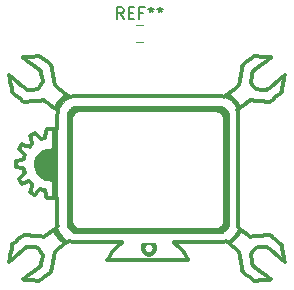
<source format=gto>
G04 #@! TF.GenerationSoftware,KiCad,Pcbnew,5.0.2-bee76a0~70~ubuntu16.04.1*
G04 #@! TF.CreationDate,2018-12-26T17:34:20-07:00*
G04 #@! TF.ProjectId,01,30312e6b-6963-4616-945f-706362585858,rev?*
G04 #@! TF.SameCoordinates,Original*
G04 #@! TF.FileFunction,Legend,Top*
G04 #@! TF.FilePolarity,Positive*
%FSLAX46Y46*%
G04 Gerber Fmt 4.6, Leading zero omitted, Abs format (unit mm)*
G04 Created by KiCad (PCBNEW 5.0.2-bee76a0~70~ubuntu16.04.1) date Wed 26 Dec 2018 17:34:20 MST*
%MOMM*%
%LPD*%
G01*
G04 APERTURE LIST*
%ADD10C,0.006615*%
%ADD11C,0.375000*%
%ADD12C,0.120000*%
%ADD13C,0.150000*%
G04 APERTURE END LIST*
D10*
G04 #@! TO.C,svg2mod*
G36*
X155411144Y-109556985D02*
X155298221Y-109003185D01*
X155395221Y-109179065D01*
X155492221Y-109354945D01*
X155689461Y-109355455D01*
X155886702Y-109355965D01*
X155981872Y-109181105D01*
X155981876Y-109181105D01*
X156077046Y-109006245D01*
X155986886Y-108828325D01*
X155896726Y-108650415D01*
X155694473Y-108650915D01*
X155492221Y-108651425D01*
X155395221Y-108827305D01*
X155298221Y-109003185D01*
X155411144Y-109556985D01*
X155357704Y-109526785D01*
X155307944Y-109491185D01*
X155262044Y-109450685D01*
X155220184Y-109405785D01*
X155182554Y-109356985D01*
X155149324Y-109304785D01*
X155120694Y-109249685D01*
X155096834Y-109192185D01*
X155077934Y-109132785D01*
X155064174Y-109071985D01*
X155055774Y-109010285D01*
X155052874Y-108948185D01*
X155055674Y-108886185D01*
X155064274Y-108824785D01*
X155078964Y-108764485D01*
X155099894Y-108705785D01*
X155103294Y-108697785D01*
X155106694Y-108689785D01*
X155110094Y-108681785D01*
X155113494Y-108673785D01*
X155116894Y-108665785D01*
X155120294Y-108657785D01*
X155123694Y-108649785D01*
X155127094Y-108641785D01*
X155130494Y-108633785D01*
X155133894Y-108625785D01*
X155137294Y-108617785D01*
X155140694Y-108609785D01*
X155144094Y-108601785D01*
X155147494Y-108593785D01*
X155150894Y-108585785D01*
X155154294Y-108577785D01*
X155188344Y-108577785D01*
X155222394Y-108577785D01*
X155256444Y-108577785D01*
X155290494Y-108577785D01*
X155324544Y-108577785D01*
X155358594Y-108577785D01*
X155392644Y-108577785D01*
X155426694Y-108577785D01*
X155460744Y-108577785D01*
X155494794Y-108577785D01*
X155528844Y-108577785D01*
X155562894Y-108577785D01*
X155596944Y-108577785D01*
X155630994Y-108577785D01*
X155665044Y-108577785D01*
X155699094Y-108577785D01*
X155733144Y-108577785D01*
X155767194Y-108577785D01*
X155801244Y-108577785D01*
X155835294Y-108577785D01*
X155869344Y-108577785D01*
X155903394Y-108577785D01*
X155937444Y-108577785D01*
X155971494Y-108577785D01*
X156005544Y-108577785D01*
X156039594Y-108577785D01*
X156073644Y-108577785D01*
X156107694Y-108577785D01*
X156141744Y-108577785D01*
X156175794Y-108577785D01*
X156209844Y-108577785D01*
X156243894Y-108577785D01*
X156247394Y-108586785D01*
X156250894Y-108595785D01*
X156254394Y-108604785D01*
X156257894Y-108613785D01*
X156261394Y-108622785D01*
X156264894Y-108631785D01*
X156268394Y-108640785D01*
X156271894Y-108649785D01*
X156275394Y-108658785D01*
X156278894Y-108667785D01*
X156282394Y-108676785D01*
X156285894Y-108685785D01*
X156289394Y-108694785D01*
X156292894Y-108703785D01*
X156296394Y-108712785D01*
X156299894Y-108721785D01*
X156312814Y-108755985D01*
X156323934Y-108789485D01*
X156333234Y-108822385D01*
X156340734Y-108854785D01*
X156346434Y-108886785D01*
X156350334Y-108918385D01*
X156352434Y-108949685D01*
X156352723Y-108980785D01*
X156351223Y-109011785D01*
X156347923Y-109042785D01*
X156342723Y-109073785D01*
X156335723Y-109104985D01*
X156326923Y-109136385D01*
X156316323Y-109168085D01*
X156303903Y-109200085D01*
X156289653Y-109232585D01*
X156255703Y-109298385D01*
X156217513Y-109358685D01*
X156175383Y-109413385D01*
X156129623Y-109462385D01*
X156080553Y-109505585D01*
X156028473Y-109542785D01*
X155973693Y-109573985D01*
X155916513Y-109598985D01*
X155857253Y-109617685D01*
X155796213Y-109629985D01*
X155733713Y-109635985D01*
X155670053Y-109635095D01*
X155605543Y-109627095D01*
X155540483Y-109612595D01*
X155475193Y-109591095D01*
X155409973Y-109562495D01*
X155409972Y-109562495D01*
X155409971Y-109562495D01*
X155409970Y-109562495D01*
X155409969Y-109562495D01*
X155409968Y-109562495D01*
X155409967Y-109562495D01*
X155409966Y-109562495D01*
X155411144Y-109556985D01*
X155411144Y-109556985D01*
G37*
X155411144Y-109556985D02*
X155298221Y-109003185D01*
X155395221Y-109179065D01*
X155492221Y-109354945D01*
X155689461Y-109355455D01*
X155886702Y-109355965D01*
X155981872Y-109181105D01*
X155981876Y-109181105D01*
X156077046Y-109006245D01*
X155986886Y-108828325D01*
X155896726Y-108650415D01*
X155694473Y-108650915D01*
X155492221Y-108651425D01*
X155395221Y-108827305D01*
X155298221Y-109003185D01*
X155411144Y-109556985D01*
X155357704Y-109526785D01*
X155307944Y-109491185D01*
X155262044Y-109450685D01*
X155220184Y-109405785D01*
X155182554Y-109356985D01*
X155149324Y-109304785D01*
X155120694Y-109249685D01*
X155096834Y-109192185D01*
X155077934Y-109132785D01*
X155064174Y-109071985D01*
X155055774Y-109010285D01*
X155052874Y-108948185D01*
X155055674Y-108886185D01*
X155064274Y-108824785D01*
X155078964Y-108764485D01*
X155099894Y-108705785D01*
X155103294Y-108697785D01*
X155106694Y-108689785D01*
X155110094Y-108681785D01*
X155113494Y-108673785D01*
X155116894Y-108665785D01*
X155120294Y-108657785D01*
X155123694Y-108649785D01*
X155127094Y-108641785D01*
X155130494Y-108633785D01*
X155133894Y-108625785D01*
X155137294Y-108617785D01*
X155140694Y-108609785D01*
X155144094Y-108601785D01*
X155147494Y-108593785D01*
X155150894Y-108585785D01*
X155154294Y-108577785D01*
X155188344Y-108577785D01*
X155222394Y-108577785D01*
X155256444Y-108577785D01*
X155290494Y-108577785D01*
X155324544Y-108577785D01*
X155358594Y-108577785D01*
X155392644Y-108577785D01*
X155426694Y-108577785D01*
X155460744Y-108577785D01*
X155494794Y-108577785D01*
X155528844Y-108577785D01*
X155562894Y-108577785D01*
X155596944Y-108577785D01*
X155630994Y-108577785D01*
X155665044Y-108577785D01*
X155699094Y-108577785D01*
X155733144Y-108577785D01*
X155767194Y-108577785D01*
X155801244Y-108577785D01*
X155835294Y-108577785D01*
X155869344Y-108577785D01*
X155903394Y-108577785D01*
X155937444Y-108577785D01*
X155971494Y-108577785D01*
X156005544Y-108577785D01*
X156039594Y-108577785D01*
X156073644Y-108577785D01*
X156107694Y-108577785D01*
X156141744Y-108577785D01*
X156175794Y-108577785D01*
X156209844Y-108577785D01*
X156243894Y-108577785D01*
X156247394Y-108586785D01*
X156250894Y-108595785D01*
X156254394Y-108604785D01*
X156257894Y-108613785D01*
X156261394Y-108622785D01*
X156264894Y-108631785D01*
X156268394Y-108640785D01*
X156271894Y-108649785D01*
X156275394Y-108658785D01*
X156278894Y-108667785D01*
X156282394Y-108676785D01*
X156285894Y-108685785D01*
X156289394Y-108694785D01*
X156292894Y-108703785D01*
X156296394Y-108712785D01*
X156299894Y-108721785D01*
X156312814Y-108755985D01*
X156323934Y-108789485D01*
X156333234Y-108822385D01*
X156340734Y-108854785D01*
X156346434Y-108886785D01*
X156350334Y-108918385D01*
X156352434Y-108949685D01*
X156352723Y-108980785D01*
X156351223Y-109011785D01*
X156347923Y-109042785D01*
X156342723Y-109073785D01*
X156335723Y-109104985D01*
X156326923Y-109136385D01*
X156316323Y-109168085D01*
X156303903Y-109200085D01*
X156289653Y-109232585D01*
X156255703Y-109298385D01*
X156217513Y-109358685D01*
X156175383Y-109413385D01*
X156129623Y-109462385D01*
X156080553Y-109505585D01*
X156028473Y-109542785D01*
X155973693Y-109573985D01*
X155916513Y-109598985D01*
X155857253Y-109617685D01*
X155796213Y-109629985D01*
X155733713Y-109635985D01*
X155670053Y-109635095D01*
X155605543Y-109627095D01*
X155540483Y-109612595D01*
X155475193Y-109591095D01*
X155409973Y-109562495D01*
X155409972Y-109562495D01*
X155409971Y-109562495D01*
X155409970Y-109562495D01*
X155409969Y-109562495D01*
X155409968Y-109562495D01*
X155409967Y-109562495D01*
X155409966Y-109562495D01*
X155411144Y-109556985D01*
G36*
X162498249Y-108501015D02*
X162452389Y-108460615D01*
X162417149Y-108425715D01*
X162395999Y-108400015D01*
X162392399Y-108387215D01*
X162408629Y-108376215D01*
X162441389Y-108355615D01*
X162485919Y-108328315D01*
X162537469Y-108297115D01*
X162697627Y-108172655D01*
X162873232Y-107993265D01*
X163033756Y-107793385D01*
X163148670Y-107607455D01*
X163172430Y-107558855D01*
X163196190Y-107510255D01*
X163219950Y-107461655D01*
X163243710Y-107413055D01*
X163269310Y-107431955D01*
X163294910Y-107450855D01*
X163320510Y-107469755D01*
X163346110Y-107488655D01*
X163385880Y-107521255D01*
X163418440Y-107554055D01*
X163440440Y-107583255D01*
X163448540Y-107605055D01*
X163439740Y-107638455D01*
X163415820Y-107699255D01*
X163380420Y-107778855D01*
X163337190Y-107868555D01*
X163220064Y-108054995D01*
X163058884Y-108251525D01*
X162883315Y-108425505D01*
X162723026Y-108544285D01*
X162661956Y-108575385D01*
X162617116Y-108581385D01*
X162569026Y-108557785D01*
X162498236Y-108501285D01*
X162498236Y-108501305D01*
X162498236Y-108501335D01*
X162498236Y-108501355D01*
X162498249Y-108501015D01*
X162498249Y-108501015D01*
G37*
X162498249Y-108501015D02*
X162452389Y-108460615D01*
X162417149Y-108425715D01*
X162395999Y-108400015D01*
X162392399Y-108387215D01*
X162408629Y-108376215D01*
X162441389Y-108355615D01*
X162485919Y-108328315D01*
X162537469Y-108297115D01*
X162697627Y-108172655D01*
X162873232Y-107993265D01*
X163033756Y-107793385D01*
X163148670Y-107607455D01*
X163172430Y-107558855D01*
X163196190Y-107510255D01*
X163219950Y-107461655D01*
X163243710Y-107413055D01*
X163269310Y-107431955D01*
X163294910Y-107450855D01*
X163320510Y-107469755D01*
X163346110Y-107488655D01*
X163385880Y-107521255D01*
X163418440Y-107554055D01*
X163440440Y-107583255D01*
X163448540Y-107605055D01*
X163439740Y-107638455D01*
X163415820Y-107699255D01*
X163380420Y-107778855D01*
X163337190Y-107868555D01*
X163220064Y-108054995D01*
X163058884Y-108251525D01*
X162883315Y-108425505D01*
X162723026Y-108544285D01*
X162661956Y-108575385D01*
X162617116Y-108581385D01*
X162569026Y-108557785D01*
X162498236Y-108501285D01*
X162498236Y-108501305D01*
X162498236Y-108501335D01*
X162498236Y-108501355D01*
X162498249Y-108501015D01*
G36*
X163129418Y-97052795D02*
X163012694Y-96868725D01*
X162843964Y-96671005D01*
X162653269Y-96491175D01*
X162470647Y-96360795D01*
X162423887Y-96334395D01*
X162377127Y-96307995D01*
X162330367Y-96281595D01*
X162283607Y-96255195D01*
X162324217Y-96224195D01*
X162364827Y-96193195D01*
X162405437Y-96162195D01*
X162446047Y-96131195D01*
X162568408Y-96050495D01*
X162670106Y-96040195D01*
X162793195Y-96111595D01*
X162979725Y-96276225D01*
X163132827Y-96446335D01*
X163285104Y-96658335D01*
X163401892Y-96859065D01*
X163448522Y-96995345D01*
X163439022Y-97016045D01*
X163413122Y-97046845D01*
X163374792Y-97083545D01*
X163327992Y-97122045D01*
X163297862Y-97145045D01*
X163267722Y-97168045D01*
X163237592Y-97191045D01*
X163207452Y-97214045D01*
X163187942Y-97173745D01*
X163168432Y-97133445D01*
X163148922Y-97093145D01*
X163129412Y-97052845D01*
X163129411Y-97052855D01*
X163129410Y-97052865D01*
X163129409Y-97052875D01*
X163129418Y-97052795D01*
X163129418Y-97052795D01*
G37*
X163129418Y-97052795D02*
X163012694Y-96868725D01*
X162843964Y-96671005D01*
X162653269Y-96491175D01*
X162470647Y-96360795D01*
X162423887Y-96334395D01*
X162377127Y-96307995D01*
X162330367Y-96281595D01*
X162283607Y-96255195D01*
X162324217Y-96224195D01*
X162364827Y-96193195D01*
X162405437Y-96162195D01*
X162446047Y-96131195D01*
X162568408Y-96050495D01*
X162670106Y-96040195D01*
X162793195Y-96111595D01*
X162979725Y-96276225D01*
X163132827Y-96446335D01*
X163285104Y-96658335D01*
X163401892Y-96859065D01*
X163448522Y-96995345D01*
X163439022Y-97016045D01*
X163413122Y-97046845D01*
X163374792Y-97083545D01*
X163327992Y-97122045D01*
X163297862Y-97145045D01*
X163267722Y-97168045D01*
X163237592Y-97191045D01*
X163207452Y-97214045D01*
X163187942Y-97173745D01*
X163168432Y-97133445D01*
X163148922Y-97093145D01*
X163129412Y-97052845D01*
X163129411Y-97052855D01*
X163129410Y-97052865D01*
X163129409Y-97052875D01*
X163129418Y-97052795D01*
G36*
X149372709Y-107717015D02*
X149260691Y-106778185D01*
X149277043Y-106885245D01*
X149298566Y-106941845D01*
X149331194Y-107000145D01*
X149366820Y-107053545D01*
X149405650Y-107102145D01*
X149447889Y-107146245D01*
X149493742Y-107186045D01*
X149543413Y-107221645D01*
X149597107Y-107253245D01*
X149655029Y-107281145D01*
X149731825Y-107296945D01*
X149910780Y-107309345D01*
X150236676Y-107318345D01*
X150754296Y-107325345D01*
X151508419Y-107330345D01*
X152543827Y-107333345D01*
X153905305Y-107335345D01*
X155637631Y-107336115D01*
X156370054Y-107336235D01*
X157102475Y-107336365D01*
X157834899Y-107336485D01*
X158567322Y-107336615D01*
X159299745Y-107336735D01*
X160032167Y-107336865D01*
X160764590Y-107336985D01*
X161497013Y-107337115D01*
X161516443Y-107326815D01*
X161535883Y-107316515D01*
X161555313Y-107306215D01*
X161574753Y-107295915D01*
X161594193Y-107285615D01*
X161613623Y-107275315D01*
X161633063Y-107265015D01*
X161652493Y-107254715D01*
X161652489Y-107254775D01*
X161652485Y-107254825D01*
X161652481Y-107254885D01*
X161652478Y-107254935D01*
X161652474Y-107254995D01*
X161652470Y-107255055D01*
X161652466Y-107255105D01*
X161652668Y-107257125D01*
X161686058Y-107237625D01*
X161721388Y-107213425D01*
X161757578Y-107185625D01*
X161793558Y-107155025D01*
X161828258Y-107122725D01*
X161860608Y-107089625D01*
X161889538Y-107056625D01*
X161913968Y-107024725D01*
X161927198Y-107005925D01*
X161940428Y-106987125D01*
X161953658Y-106968325D01*
X161966888Y-106949525D01*
X161980118Y-106930725D01*
X161993348Y-106911925D01*
X162006578Y-106893125D01*
X162019808Y-106874325D01*
X162021008Y-106320185D01*
X162022208Y-105766035D01*
X162023408Y-105211895D01*
X162024608Y-104657745D01*
X162025808Y-104103605D01*
X162027008Y-103549465D01*
X162028208Y-102995315D01*
X162029408Y-102441175D01*
X162033208Y-100820465D01*
X162034168Y-99627285D01*
X162028868Y-98792725D01*
X162013898Y-98247895D01*
X161985858Y-97923885D01*
X161941328Y-97751805D01*
X161876898Y-97662705D01*
X161789158Y-97587805D01*
X161759408Y-97562205D01*
X161727788Y-97537205D01*
X161695268Y-97513505D01*
X161662818Y-97491705D01*
X161631408Y-97472405D01*
X161602008Y-97456205D01*
X161575578Y-97443805D01*
X161553088Y-97435805D01*
X161413840Y-97429805D01*
X161052770Y-97424805D01*
X160494312Y-97419805D01*
X159762897Y-97415805D01*
X158882956Y-97412805D01*
X157878923Y-97409805D01*
X156775228Y-97407805D01*
X155596304Y-97407245D01*
X154863944Y-97407245D01*
X154131584Y-97407245D01*
X153399224Y-97407245D01*
X152666864Y-97407245D01*
X151934504Y-97407245D01*
X151202144Y-97407245D01*
X150469784Y-97407245D01*
X149737424Y-97407245D01*
X149716064Y-97420445D01*
X149694704Y-97433645D01*
X149673344Y-97446845D01*
X149651984Y-97460045D01*
X149630624Y-97473245D01*
X149609264Y-97486445D01*
X149587904Y-97499645D01*
X149566544Y-97512845D01*
X149525663Y-97539845D01*
X149487251Y-97568645D01*
X149451395Y-97599145D01*
X149418184Y-97631245D01*
X149387706Y-97664845D01*
X149360049Y-97699945D01*
X149335301Y-97736345D01*
X149313550Y-97774045D01*
X149303286Y-97793445D01*
X149293022Y-97812845D01*
X149282758Y-97832245D01*
X149272494Y-97851645D01*
X149262230Y-97871045D01*
X149251966Y-97890445D01*
X149241702Y-97909845D01*
X149231438Y-97929245D01*
X149231438Y-98484355D01*
X149231438Y-99039455D01*
X149231438Y-99594565D01*
X149231438Y-100149675D01*
X149231438Y-100704785D01*
X149231438Y-101259885D01*
X149231438Y-101814995D01*
X149231438Y-102370105D01*
X149231660Y-103794705D01*
X149232800Y-104878905D01*
X149235560Y-105671035D01*
X149240660Y-106219405D01*
X149248800Y-106572345D01*
X149260691Y-106778185D01*
X149372709Y-107717015D01*
X149300775Y-107684015D01*
X149219417Y-107629415D01*
X149133677Y-107558515D01*
X149048597Y-107476515D01*
X148969218Y-107388615D01*
X148900582Y-107300015D01*
X148847730Y-107215915D01*
X148815704Y-107141615D01*
X148804541Y-107048715D01*
X148795331Y-106842255D01*
X148787941Y-106506305D01*
X148782231Y-106024905D01*
X148778051Y-105382135D01*
X148775271Y-104562055D01*
X148773741Y-103548715D01*
X148773328Y-102326195D01*
X148773371Y-101742415D01*
X148773413Y-101158645D01*
X148773455Y-100574865D01*
X148773498Y-99991095D01*
X148773540Y-99407315D01*
X148773583Y-98823535D01*
X148773625Y-98239765D01*
X148773667Y-97655985D01*
X148784108Y-97633985D01*
X148794549Y-97611885D01*
X148804990Y-97589785D01*
X148815431Y-97567785D01*
X148825872Y-97545685D01*
X148836313Y-97523685D01*
X148846754Y-97501585D01*
X148857195Y-97479485D01*
X148898103Y-97401785D01*
X148944895Y-97328985D01*
X148997360Y-97261285D01*
X149055288Y-97198885D01*
X149118469Y-97141885D01*
X149186692Y-97090585D01*
X149259746Y-97045185D01*
X149337421Y-97005885D01*
X149403225Y-96982285D01*
X149530716Y-96964585D01*
X149792413Y-96951785D01*
X150260834Y-96942785D01*
X151008499Y-96937785D01*
X152107926Y-96934785D01*
X153631635Y-96933785D01*
X155652143Y-96933485D01*
X156421640Y-96933435D01*
X157191136Y-96933385D01*
X157960632Y-96933325D01*
X158730129Y-96933275D01*
X159499625Y-96933225D01*
X160269121Y-96933175D01*
X161038618Y-96933115D01*
X161808114Y-96933065D01*
X161830164Y-96943365D01*
X161852214Y-96953665D01*
X161874264Y-96963965D01*
X161896314Y-96974265D01*
X161918364Y-96984565D01*
X161940414Y-96994865D01*
X161962464Y-97005165D01*
X161984514Y-97015465D01*
X162064674Y-97058265D01*
X162141554Y-97110065D01*
X162214234Y-97169865D01*
X162281784Y-97236565D01*
X162343284Y-97309265D01*
X162397804Y-97386965D01*
X162444424Y-97468565D01*
X162482224Y-97553165D01*
X162503534Y-97624665D01*
X162519754Y-97747665D01*
X162531564Y-97972465D01*
X162539664Y-98349345D01*
X162544764Y-98928555D01*
X162547564Y-99760365D01*
X162548764Y-100895045D01*
X162548996Y-102382855D01*
X162548996Y-102964935D01*
X162548996Y-103547015D01*
X162548996Y-104129105D01*
X162548996Y-104711185D01*
X162548996Y-105293265D01*
X162548996Y-105875355D01*
X162548996Y-106457435D01*
X162548996Y-107039515D01*
X162538566Y-107060515D01*
X162528136Y-107081515D01*
X162517706Y-107102515D01*
X162507276Y-107123515D01*
X162496846Y-107144515D01*
X162486416Y-107165515D01*
X162475986Y-107186515D01*
X162465556Y-107207515D01*
X162419236Y-107287315D01*
X162360146Y-107368115D01*
X162291276Y-107447215D01*
X162215606Y-107521815D01*
X162136126Y-107589215D01*
X162055816Y-107646715D01*
X161977666Y-107691515D01*
X161904656Y-107720915D01*
X161318482Y-107739615D01*
X159891261Y-107752715D01*
X157903472Y-107759715D01*
X155635592Y-107761715D01*
X153368099Y-107758715D01*
X151381472Y-107749715D01*
X149956189Y-107735715D01*
X149372728Y-107716615D01*
X149372729Y-107716615D01*
X149372730Y-107716605D01*
X149372731Y-107716605D01*
X149372709Y-107717015D01*
X149372709Y-107717015D01*
G37*
X149372709Y-107717015D02*
X149260691Y-106778185D01*
X149277043Y-106885245D01*
X149298566Y-106941845D01*
X149331194Y-107000145D01*
X149366820Y-107053545D01*
X149405650Y-107102145D01*
X149447889Y-107146245D01*
X149493742Y-107186045D01*
X149543413Y-107221645D01*
X149597107Y-107253245D01*
X149655029Y-107281145D01*
X149731825Y-107296945D01*
X149910780Y-107309345D01*
X150236676Y-107318345D01*
X150754296Y-107325345D01*
X151508419Y-107330345D01*
X152543827Y-107333345D01*
X153905305Y-107335345D01*
X155637631Y-107336115D01*
X156370054Y-107336235D01*
X157102475Y-107336365D01*
X157834899Y-107336485D01*
X158567322Y-107336615D01*
X159299745Y-107336735D01*
X160032167Y-107336865D01*
X160764590Y-107336985D01*
X161497013Y-107337115D01*
X161516443Y-107326815D01*
X161535883Y-107316515D01*
X161555313Y-107306215D01*
X161574753Y-107295915D01*
X161594193Y-107285615D01*
X161613623Y-107275315D01*
X161633063Y-107265015D01*
X161652493Y-107254715D01*
X161652489Y-107254775D01*
X161652485Y-107254825D01*
X161652481Y-107254885D01*
X161652478Y-107254935D01*
X161652474Y-107254995D01*
X161652470Y-107255055D01*
X161652466Y-107255105D01*
X161652668Y-107257125D01*
X161686058Y-107237625D01*
X161721388Y-107213425D01*
X161757578Y-107185625D01*
X161793558Y-107155025D01*
X161828258Y-107122725D01*
X161860608Y-107089625D01*
X161889538Y-107056625D01*
X161913968Y-107024725D01*
X161927198Y-107005925D01*
X161940428Y-106987125D01*
X161953658Y-106968325D01*
X161966888Y-106949525D01*
X161980118Y-106930725D01*
X161993348Y-106911925D01*
X162006578Y-106893125D01*
X162019808Y-106874325D01*
X162021008Y-106320185D01*
X162022208Y-105766035D01*
X162023408Y-105211895D01*
X162024608Y-104657745D01*
X162025808Y-104103605D01*
X162027008Y-103549465D01*
X162028208Y-102995315D01*
X162029408Y-102441175D01*
X162033208Y-100820465D01*
X162034168Y-99627285D01*
X162028868Y-98792725D01*
X162013898Y-98247895D01*
X161985858Y-97923885D01*
X161941328Y-97751805D01*
X161876898Y-97662705D01*
X161789158Y-97587805D01*
X161759408Y-97562205D01*
X161727788Y-97537205D01*
X161695268Y-97513505D01*
X161662818Y-97491705D01*
X161631408Y-97472405D01*
X161602008Y-97456205D01*
X161575578Y-97443805D01*
X161553088Y-97435805D01*
X161413840Y-97429805D01*
X161052770Y-97424805D01*
X160494312Y-97419805D01*
X159762897Y-97415805D01*
X158882956Y-97412805D01*
X157878923Y-97409805D01*
X156775228Y-97407805D01*
X155596304Y-97407245D01*
X154863944Y-97407245D01*
X154131584Y-97407245D01*
X153399224Y-97407245D01*
X152666864Y-97407245D01*
X151934504Y-97407245D01*
X151202144Y-97407245D01*
X150469784Y-97407245D01*
X149737424Y-97407245D01*
X149716064Y-97420445D01*
X149694704Y-97433645D01*
X149673344Y-97446845D01*
X149651984Y-97460045D01*
X149630624Y-97473245D01*
X149609264Y-97486445D01*
X149587904Y-97499645D01*
X149566544Y-97512845D01*
X149525663Y-97539845D01*
X149487251Y-97568645D01*
X149451395Y-97599145D01*
X149418184Y-97631245D01*
X149387706Y-97664845D01*
X149360049Y-97699945D01*
X149335301Y-97736345D01*
X149313550Y-97774045D01*
X149303286Y-97793445D01*
X149293022Y-97812845D01*
X149282758Y-97832245D01*
X149272494Y-97851645D01*
X149262230Y-97871045D01*
X149251966Y-97890445D01*
X149241702Y-97909845D01*
X149231438Y-97929245D01*
X149231438Y-98484355D01*
X149231438Y-99039455D01*
X149231438Y-99594565D01*
X149231438Y-100149675D01*
X149231438Y-100704785D01*
X149231438Y-101259885D01*
X149231438Y-101814995D01*
X149231438Y-102370105D01*
X149231660Y-103794705D01*
X149232800Y-104878905D01*
X149235560Y-105671035D01*
X149240660Y-106219405D01*
X149248800Y-106572345D01*
X149260691Y-106778185D01*
X149372709Y-107717015D01*
X149300775Y-107684015D01*
X149219417Y-107629415D01*
X149133677Y-107558515D01*
X149048597Y-107476515D01*
X148969218Y-107388615D01*
X148900582Y-107300015D01*
X148847730Y-107215915D01*
X148815704Y-107141615D01*
X148804541Y-107048715D01*
X148795331Y-106842255D01*
X148787941Y-106506305D01*
X148782231Y-106024905D01*
X148778051Y-105382135D01*
X148775271Y-104562055D01*
X148773741Y-103548715D01*
X148773328Y-102326195D01*
X148773371Y-101742415D01*
X148773413Y-101158645D01*
X148773455Y-100574865D01*
X148773498Y-99991095D01*
X148773540Y-99407315D01*
X148773583Y-98823535D01*
X148773625Y-98239765D01*
X148773667Y-97655985D01*
X148784108Y-97633985D01*
X148794549Y-97611885D01*
X148804990Y-97589785D01*
X148815431Y-97567785D01*
X148825872Y-97545685D01*
X148836313Y-97523685D01*
X148846754Y-97501585D01*
X148857195Y-97479485D01*
X148898103Y-97401785D01*
X148944895Y-97328985D01*
X148997360Y-97261285D01*
X149055288Y-97198885D01*
X149118469Y-97141885D01*
X149186692Y-97090585D01*
X149259746Y-97045185D01*
X149337421Y-97005885D01*
X149403225Y-96982285D01*
X149530716Y-96964585D01*
X149792413Y-96951785D01*
X150260834Y-96942785D01*
X151008499Y-96937785D01*
X152107926Y-96934785D01*
X153631635Y-96933785D01*
X155652143Y-96933485D01*
X156421640Y-96933435D01*
X157191136Y-96933385D01*
X157960632Y-96933325D01*
X158730129Y-96933275D01*
X159499625Y-96933225D01*
X160269121Y-96933175D01*
X161038618Y-96933115D01*
X161808114Y-96933065D01*
X161830164Y-96943365D01*
X161852214Y-96953665D01*
X161874264Y-96963965D01*
X161896314Y-96974265D01*
X161918364Y-96984565D01*
X161940414Y-96994865D01*
X161962464Y-97005165D01*
X161984514Y-97015465D01*
X162064674Y-97058265D01*
X162141554Y-97110065D01*
X162214234Y-97169865D01*
X162281784Y-97236565D01*
X162343284Y-97309265D01*
X162397804Y-97386965D01*
X162444424Y-97468565D01*
X162482224Y-97553165D01*
X162503534Y-97624665D01*
X162519754Y-97747665D01*
X162531564Y-97972465D01*
X162539664Y-98349345D01*
X162544764Y-98928555D01*
X162547564Y-99760365D01*
X162548764Y-100895045D01*
X162548996Y-102382855D01*
X162548996Y-102964935D01*
X162548996Y-103547015D01*
X162548996Y-104129105D01*
X162548996Y-104711185D01*
X162548996Y-105293265D01*
X162548996Y-105875355D01*
X162548996Y-106457435D01*
X162548996Y-107039515D01*
X162538566Y-107060515D01*
X162528136Y-107081515D01*
X162517706Y-107102515D01*
X162507276Y-107123515D01*
X162496846Y-107144515D01*
X162486416Y-107165515D01*
X162475986Y-107186515D01*
X162465556Y-107207515D01*
X162419236Y-107287315D01*
X162360146Y-107368115D01*
X162291276Y-107447215D01*
X162215606Y-107521815D01*
X162136126Y-107589215D01*
X162055816Y-107646715D01*
X161977666Y-107691515D01*
X161904656Y-107720915D01*
X161318482Y-107739615D01*
X159891261Y-107752715D01*
X157903472Y-107759715D01*
X155635592Y-107761715D01*
X153368099Y-107758715D01*
X151381472Y-107749715D01*
X149956189Y-107735715D01*
X149372728Y-107716615D01*
X149372729Y-107716615D01*
X149372730Y-107716605D01*
X149372731Y-107716605D01*
X149372709Y-107717015D01*
G36*
X148363589Y-108488975D02*
X148285832Y-108432175D01*
X148202514Y-108363875D01*
X148123623Y-108292675D01*
X148059148Y-108227275D01*
X147940120Y-108069025D01*
X147827107Y-107878405D01*
X147747213Y-107706365D01*
X147727541Y-107603865D01*
X147746882Y-107577465D01*
X147786508Y-107539465D01*
X147840649Y-107494965D01*
X147903535Y-107448965D01*
X147943130Y-107421765D01*
X147982725Y-107394565D01*
X148022320Y-107367265D01*
X148061915Y-107340065D01*
X148067615Y-107366065D01*
X148073315Y-107392065D01*
X148079015Y-107418065D01*
X148084715Y-107444065D01*
X148145510Y-107594105D01*
X148260666Y-107779105D01*
X148410563Y-107971145D01*
X148575581Y-108142315D01*
X148656988Y-108214215D01*
X148728526Y-108273115D01*
X148782467Y-108312915D01*
X148811084Y-108327515D01*
X148842589Y-108339115D01*
X148831940Y-108372515D01*
X148780688Y-108425515D01*
X148690385Y-108496015D01*
X148652101Y-108523515D01*
X148613817Y-108551015D01*
X148575533Y-108578515D01*
X148537249Y-108606015D01*
X148493828Y-108576815D01*
X148450407Y-108547615D01*
X148406986Y-108518415D01*
X148363565Y-108489215D01*
X148363566Y-108489215D01*
X148363567Y-108489215D01*
X148363568Y-108489215D01*
X148363589Y-108488975D01*
X148363589Y-108488975D01*
G37*
X148363589Y-108488975D02*
X148285832Y-108432175D01*
X148202514Y-108363875D01*
X148123623Y-108292675D01*
X148059148Y-108227275D01*
X147940120Y-108069025D01*
X147827107Y-107878405D01*
X147747213Y-107706365D01*
X147727541Y-107603865D01*
X147746882Y-107577465D01*
X147786508Y-107539465D01*
X147840649Y-107494965D01*
X147903535Y-107448965D01*
X147943130Y-107421765D01*
X147982725Y-107394565D01*
X148022320Y-107367265D01*
X148061915Y-107340065D01*
X148067615Y-107366065D01*
X148073315Y-107392065D01*
X148079015Y-107418065D01*
X148084715Y-107444065D01*
X148145510Y-107594105D01*
X148260666Y-107779105D01*
X148410563Y-107971145D01*
X148575581Y-108142315D01*
X148656988Y-108214215D01*
X148728526Y-108273115D01*
X148782467Y-108312915D01*
X148811084Y-108327515D01*
X148842589Y-108339115D01*
X148831940Y-108372515D01*
X148780688Y-108425515D01*
X148690385Y-108496015D01*
X148652101Y-108523515D01*
X148613817Y-108551015D01*
X148575533Y-108578515D01*
X148537249Y-108606015D01*
X148493828Y-108576815D01*
X148450407Y-108547615D01*
X148406986Y-108518415D01*
X148363565Y-108489215D01*
X148363566Y-108489215D01*
X148363567Y-108489215D01*
X148363568Y-108489215D01*
X148363589Y-108488975D01*
G36*
X147502986Y-104010975D02*
X147502986Y-103651935D01*
X147502986Y-103292885D01*
X147390900Y-103282485D01*
X147278814Y-103272085D01*
X147146308Y-103254585D01*
X147019989Y-103227685D01*
X146900091Y-103191585D01*
X146786845Y-103146585D01*
X146680484Y-103092885D01*
X146581241Y-103030685D01*
X146489349Y-102960285D01*
X146405040Y-102881885D01*
X146328546Y-102795685D01*
X146260100Y-102701985D01*
X146199935Y-102600995D01*
X146148284Y-102492965D01*
X146105379Y-102378125D01*
X146071452Y-102256715D01*
X146046737Y-102128975D01*
X146031466Y-101995145D01*
X146026296Y-101848355D01*
X146033506Y-101707695D01*
X146052788Y-101573505D01*
X146083844Y-101446125D01*
X146126372Y-101325925D01*
X146180069Y-101213235D01*
X146244633Y-101108405D01*
X146319761Y-101011805D01*
X146405151Y-100923705D01*
X146500501Y-100844605D01*
X146605509Y-100774705D01*
X146719871Y-100714405D01*
X146843286Y-100664005D01*
X146975452Y-100623905D01*
X147116066Y-100594505D01*
X147264826Y-100576105D01*
X147383910Y-100566105D01*
X147502994Y-100556105D01*
X147502994Y-100188245D01*
X147502994Y-99820395D01*
X147502994Y-99452535D01*
X147502994Y-99084675D01*
X147617647Y-99084675D01*
X147732300Y-99084675D01*
X147846952Y-99084675D01*
X147961605Y-99084675D01*
X147961605Y-99437455D01*
X147961605Y-99790235D01*
X147961605Y-100143005D01*
X147961605Y-100495785D01*
X147961605Y-100848565D01*
X147961605Y-101201345D01*
X147961605Y-101554115D01*
X147961605Y-101906895D01*
X147961605Y-102259675D01*
X147961605Y-102612455D01*
X147961605Y-102965225D01*
X147961605Y-103318005D01*
X147961605Y-103670785D01*
X147961605Y-104023555D01*
X147961605Y-104376335D01*
X147961605Y-104729115D01*
X147846952Y-104729115D01*
X147732300Y-104729115D01*
X147617647Y-104729115D01*
X147502994Y-104729115D01*
X147502994Y-104370065D01*
X147502994Y-104011025D01*
X147502986Y-104010975D01*
X147502986Y-104010975D01*
G37*
X147502986Y-104010975D02*
X147502986Y-103651935D01*
X147502986Y-103292885D01*
X147390900Y-103282485D01*
X147278814Y-103272085D01*
X147146308Y-103254585D01*
X147019989Y-103227685D01*
X146900091Y-103191585D01*
X146786845Y-103146585D01*
X146680484Y-103092885D01*
X146581241Y-103030685D01*
X146489349Y-102960285D01*
X146405040Y-102881885D01*
X146328546Y-102795685D01*
X146260100Y-102701985D01*
X146199935Y-102600995D01*
X146148284Y-102492965D01*
X146105379Y-102378125D01*
X146071452Y-102256715D01*
X146046737Y-102128975D01*
X146031466Y-101995145D01*
X146026296Y-101848355D01*
X146033506Y-101707695D01*
X146052788Y-101573505D01*
X146083844Y-101446125D01*
X146126372Y-101325925D01*
X146180069Y-101213235D01*
X146244633Y-101108405D01*
X146319761Y-101011805D01*
X146405151Y-100923705D01*
X146500501Y-100844605D01*
X146605509Y-100774705D01*
X146719871Y-100714405D01*
X146843286Y-100664005D01*
X146975452Y-100623905D01*
X147116066Y-100594505D01*
X147264826Y-100576105D01*
X147383910Y-100566105D01*
X147502994Y-100556105D01*
X147502994Y-100188245D01*
X147502994Y-99820395D01*
X147502994Y-99452535D01*
X147502994Y-99084675D01*
X147617647Y-99084675D01*
X147732300Y-99084675D01*
X147846952Y-99084675D01*
X147961605Y-99084675D01*
X147961605Y-99437455D01*
X147961605Y-99790235D01*
X147961605Y-100143005D01*
X147961605Y-100495785D01*
X147961605Y-100848565D01*
X147961605Y-101201345D01*
X147961605Y-101554115D01*
X147961605Y-101906895D01*
X147961605Y-102259675D01*
X147961605Y-102612455D01*
X147961605Y-102965225D01*
X147961605Y-103318005D01*
X147961605Y-103670785D01*
X147961605Y-104023555D01*
X147961605Y-104376335D01*
X147961605Y-104729115D01*
X147846952Y-104729115D01*
X147732300Y-104729115D01*
X147617647Y-104729115D01*
X147502994Y-104729115D01*
X147502994Y-104370065D01*
X147502994Y-104011025D01*
X147502986Y-104010975D01*
G36*
X147881768Y-97128865D02*
X147809788Y-97080865D01*
X147740947Y-97035565D01*
X147689321Y-97001865D01*
X147668984Y-96988665D01*
X147750329Y-96865355D01*
X147949029Y-96583455D01*
X148197990Y-96276525D01*
X148426500Y-96071925D01*
X148456120Y-96054725D01*
X148485740Y-96037525D01*
X148515360Y-96020325D01*
X148544980Y-96003125D01*
X148600117Y-96038325D01*
X148655254Y-96073525D01*
X148710391Y-96108725D01*
X148765528Y-96143925D01*
X148819286Y-96178525D01*
X148873045Y-96213125D01*
X148926804Y-96247725D01*
X148980562Y-96282325D01*
X148941117Y-96303225D01*
X148901672Y-96324125D01*
X148862227Y-96345025D01*
X148822782Y-96365925D01*
X148650876Y-96492455D01*
X148465403Y-96679365D01*
X148296314Y-96884505D01*
X148173558Y-97065755D01*
X148131578Y-97134255D01*
X148093921Y-97190255D01*
X148066783Y-97228055D01*
X148056360Y-97241955D01*
X148041990Y-97232955D01*
X148003490Y-97208555D01*
X147930563Y-97172555D01*
X147881766Y-97128755D01*
X147881766Y-97128745D01*
X147881768Y-97128865D01*
X147881768Y-97128865D01*
G37*
X147881768Y-97128865D02*
X147809788Y-97080865D01*
X147740947Y-97035565D01*
X147689321Y-97001865D01*
X147668984Y-96988665D01*
X147750329Y-96865355D01*
X147949029Y-96583455D01*
X148197990Y-96276525D01*
X148426500Y-96071925D01*
X148456120Y-96054725D01*
X148485740Y-96037525D01*
X148515360Y-96020325D01*
X148544980Y-96003125D01*
X148600117Y-96038325D01*
X148655254Y-96073525D01*
X148710391Y-96108725D01*
X148765528Y-96143925D01*
X148819286Y-96178525D01*
X148873045Y-96213125D01*
X148926804Y-96247725D01*
X148980562Y-96282325D01*
X148941117Y-96303225D01*
X148901672Y-96324125D01*
X148862227Y-96345025D01*
X148822782Y-96365925D01*
X148650876Y-96492455D01*
X148465403Y-96679365D01*
X148296314Y-96884505D01*
X148173558Y-97065755D01*
X148131578Y-97134255D01*
X148093921Y-97190255D01*
X148066783Y-97228055D01*
X148056360Y-97241955D01*
X148041990Y-97232955D01*
X148003490Y-97208555D01*
X147930563Y-97172555D01*
X147881766Y-97128755D01*
X147881766Y-97128745D01*
X147881768Y-97128865D01*
D11*
X146684480Y-92910551D02*
X146472476Y-92744411D01*
X147159844Y-93282948D02*
X146684480Y-92910551D01*
X147371366Y-93448986D02*
X147159844Y-93282948D01*
X147461918Y-93520521D02*
X147371366Y-93448986D01*
X147469405Y-93548108D02*
X147461918Y-93520521D01*
X147481761Y-93609819D02*
X147469405Y-93548108D01*
X147498974Y-93702178D02*
X147481761Y-93609819D01*
X147518139Y-93804949D02*
X147498974Y-93702178D01*
X147538931Y-93916936D02*
X147518139Y-93804949D01*
X147560030Y-94030948D02*
X147538931Y-93916936D01*
X147581137Y-94144691D02*
X147560030Y-94030948D01*
X147601920Y-94256394D02*
X147581137Y-94144691D01*
X147623202Y-94370545D02*
X147601920Y-94256394D01*
X147645467Y-94490110D02*
X147623202Y-94370545D01*
X147667731Y-94609675D02*
X147645467Y-94490110D01*
X147689011Y-94723825D02*
X147667731Y-94609675D01*
X147710288Y-94838247D02*
X147689011Y-94723825D01*
X147732555Y-94958091D02*
X147710288Y-94838247D01*
X147752689Y-95066125D02*
X147732555Y-94958091D01*
X147768936Y-95152670D02*
X147752689Y-95066125D01*
X147775550Y-95188500D02*
X147768936Y-95152670D01*
X147782164Y-95224329D02*
X147775550Y-95188500D01*
X147962411Y-95364613D02*
X147782164Y-95224329D01*
X148142657Y-95504891D02*
X147962411Y-95364613D01*
X148415219Y-95717243D02*
X148142657Y-95504891D01*
X148564337Y-95833415D02*
X148415219Y-95717243D01*
X148836080Y-96010240D02*
X148564337Y-95833415D01*
X149122167Y-96193359D02*
X148836080Y-96010240D01*
X149317127Y-96135554D02*
X149122167Y-96193359D01*
X149527861Y-96099101D02*
X149317127Y-96135554D01*
X150444606Y-96093634D02*
X149527861Y-96099101D01*
X152255581Y-96092629D02*
X150444606Y-96093634D01*
X155606662Y-96091941D02*
X152255581Y-96092629D01*
X158388647Y-96091755D02*
X155606662Y-96091941D01*
X160267604Y-96092200D02*
X158388647Y-96091755D01*
X161696488Y-96095248D02*
X160267604Y-96092200D01*
X161919122Y-96123284D02*
X161696488Y-96095248D01*
X162130294Y-96179034D02*
X161919122Y-96123284D01*
X162421286Y-95955145D02*
X162130294Y-96179034D01*
X162785689Y-95674121D02*
X162421286Y-95955145D01*
X163018819Y-95492566D02*
X162785689Y-95674121D01*
X163206818Y-95346148D02*
X163018819Y-95492566D01*
X163285090Y-95285238D02*
X163206818Y-95346148D01*
X163363363Y-95224329D02*
X163285090Y-95285238D01*
X163369978Y-95188776D02*
X163363363Y-95224329D01*
X163376591Y-95153222D02*
X163369978Y-95188776D01*
X163392827Y-95066431D02*
X163376591Y-95153222D01*
X163412972Y-94958092D02*
X163392827Y-95066431D01*
X163435236Y-94838527D02*
X163412972Y-94958092D01*
X163456519Y-94724377D02*
X163435236Y-94838527D01*
X163478292Y-94607519D02*
X163456519Y-94724377D01*
X163500066Y-94490662D02*
X163478292Y-94607519D01*
X163522051Y-94371096D02*
X163500066Y-94490662D01*
X163543059Y-94256946D02*
X163522051Y-94371096D01*
X163563848Y-94144960D02*
X163543059Y-94256946D01*
X163584952Y-94030948D02*
X163563848Y-94144960D01*
X163606057Y-93917205D02*
X163584952Y-94030948D01*
X163626845Y-93805501D02*
X163606057Y-93917205D01*
X163645035Y-93707661D02*
X163626845Y-93805501D01*
X163663224Y-93609820D02*
X163645035Y-93707661D01*
X163675856Y-93547883D02*
X163663224Y-93609820D01*
X163683620Y-93520522D02*
X163675856Y-93547883D01*
X163774162Y-93448994D02*
X163683620Y-93520522D01*
X163985686Y-93283499D02*
X163774162Y-93448994D01*
X164461054Y-92910785D02*
X163985686Y-93283499D01*
X164673051Y-92744411D02*
X164461054Y-92910785D01*
X164719942Y-92746161D02*
X164673051Y-92744411D01*
X164830699Y-92754885D02*
X164719942Y-92746161D01*
X164991630Y-92768453D02*
X164830699Y-92754885D01*
X165161979Y-92782996D02*
X164991630Y-92768453D01*
X165332265Y-92797352D02*
X165161979Y-92782996D01*
X165493260Y-92811108D02*
X165332265Y-92797352D01*
X165660412Y-92824928D02*
X165493260Y-92811108D01*
X165845486Y-92840323D02*
X165660412Y-92824928D01*
X165991286Y-92852819D02*
X165845486Y-92840323D01*
X166063783Y-92859678D02*
X165991286Y-92852819D01*
X166073979Y-92861055D02*
X166063783Y-92859678D01*
X166084176Y-92862432D02*
X166073979Y-92861055D01*
X166046697Y-92891383D02*
X166084176Y-92862432D01*
X166009217Y-92920334D02*
X166046697Y-92891383D01*
X165754605Y-93116278D02*
X166009217Y-92920334D01*
X165247438Y-93506276D02*
X165754605Y-93116278D01*
X164903755Y-93770032D02*
X165247438Y-93506276D01*
X164560073Y-94033789D02*
X164903755Y-93770032D01*
X164510739Y-94260613D02*
X164560073Y-94033789D01*
X164461405Y-94487439D02*
X164510739Y-94260613D01*
X164391448Y-94809894D02*
X164461405Y-94487439D01*
X164362186Y-94948255D02*
X164391448Y-94809894D01*
X164421121Y-95030385D02*
X164362186Y-94948255D01*
X164589287Y-95252525D02*
X164421121Y-95030385D01*
X164751511Y-95464490D02*
X164589287Y-95252525D01*
X164822451Y-95556245D02*
X164751511Y-95464490D01*
X164845565Y-95562609D02*
X164822451Y-95556245D01*
X164938759Y-95568372D02*
X164845565Y-95562609D01*
X165118115Y-95578566D02*
X164938759Y-95568372D01*
X165428789Y-95596484D02*
X165118115Y-95578566D01*
X165552653Y-95603221D02*
X165428789Y-95596484D01*
X165647070Y-95608611D02*
X165552653Y-95603221D01*
X165683726Y-95610530D02*
X165647070Y-95608611D01*
X165720382Y-95612450D02*
X165683726Y-95610530D01*
X165771369Y-95569730D02*
X165720382Y-95612450D01*
X165822357Y-95527011D02*
X165771369Y-95569730D01*
X165955580Y-95414830D02*
X165822357Y-95527011D01*
X166132691Y-95265735D02*
X165955580Y-95414830D01*
X166641250Y-94838127D02*
X166132691Y-95265735D01*
X166994240Y-94541438D02*
X166641250Y-94838127D01*
X167161260Y-94401325D02*
X166994240Y-94541438D01*
X167231263Y-94343552D02*
X167161260Y-94401325D01*
X167230473Y-94351138D02*
X167231263Y-94343552D01*
X167227416Y-94367806D02*
X167230473Y-94351138D01*
X167221408Y-94400431D02*
X167227416Y-94367806D01*
X167213088Y-94446630D02*
X167221408Y-94400431D01*
X167204299Y-94496042D02*
X167213088Y-94446630D01*
X167197103Y-94535927D02*
X167204299Y-94496042D01*
X167186909Y-94591345D02*
X167197103Y-94535927D01*
X167171195Y-94678692D02*
X167186909Y-94591345D01*
X167155751Y-94766321D02*
X167171195Y-94678692D01*
X167145840Y-94822008D02*
X167155751Y-94766321D01*
X167131469Y-94900871D02*
X167145840Y-94822008D01*
X167084654Y-95161556D02*
X167131469Y-94900871D01*
X167037836Y-95421978D02*
X167084654Y-95161556D01*
X167023468Y-95500554D02*
X167037836Y-95421978D01*
X167011789Y-95564024D02*
X167023468Y-95500554D01*
X166992601Y-95670328D02*
X167011789Y-95564024D01*
X166974942Y-95768521D02*
X166992601Y-95670328D01*
X166966693Y-95812541D02*
X166974942Y-95768521D01*
X166956575Y-95824014D02*
X166966693Y-95812541D01*
X166934170Y-95843961D02*
X166956575Y-95824014D01*
X166806563Y-95949795D02*
X166934170Y-95843961D01*
X166678957Y-96055628D02*
X166806563Y-95949795D01*
X166449927Y-96246624D02*
X166678957Y-96055628D01*
X166220897Y-96437620D02*
X166449927Y-96246624D01*
X166103488Y-96535185D02*
X166220897Y-96437620D01*
X165986080Y-96632750D02*
X166103488Y-96535185D01*
X165938399Y-96628339D02*
X165986080Y-96632750D01*
X165890719Y-96623928D02*
X165938399Y-96628339D01*
X165693635Y-96605790D02*
X165890719Y-96623928D01*
X165377538Y-96577075D02*
X165693635Y-96605790D01*
X165208457Y-96562058D02*
X165377538Y-96577075D01*
X165086496Y-96551167D02*
X165208457Y-96562058D01*
X164980539Y-96541693D02*
X165086496Y-96551167D01*
X164850025Y-96529671D02*
X164980539Y-96541693D01*
X164719235Y-96517947D02*
X164850025Y-96529671D01*
X164613003Y-96508174D02*
X164719235Y-96517947D01*
X164517659Y-96499679D02*
X164613003Y-96508174D01*
X164412360Y-96489985D02*
X164517659Y-96499679D01*
X164331144Y-96482954D02*
X164412360Y-96489985D01*
X164294400Y-96481176D02*
X164331144Y-96482954D01*
X164259395Y-96506082D02*
X164294400Y-96481176D01*
X164181952Y-96564409D02*
X164259395Y-96506082D01*
X164085517Y-96638019D02*
X164181952Y-96564409D01*
X164005012Y-96699457D02*
X164085517Y-96638019D01*
X163530550Y-97060689D02*
X164005012Y-96699457D01*
X163227799Y-97290911D02*
X163530550Y-97060689D01*
X163284964Y-97514723D02*
X163227799Y-97290911D01*
X163313237Y-97748420D02*
X163284964Y-97514723D01*
X163315692Y-98813066D02*
X163313237Y-97748420D01*
X163315851Y-100225943D02*
X163315692Y-98813066D01*
X163315438Y-102346106D02*
X163315851Y-100225943D01*
X163314726Y-104857612D02*
X163315438Y-102346106D01*
X163313717Y-106222098D02*
X163314726Y-104857612D01*
X163308817Y-106931665D02*
X163313717Y-106222098D01*
X163286375Y-107081944D02*
X163308817Y-106931665D01*
X163253143Y-107226565D02*
X163286375Y-107081944D01*
X163547831Y-107457529D02*
X163253143Y-107226565D01*
X164149970Y-107924404D02*
X163547831Y-107457529D01*
X164247710Y-107998448D02*
X164149970Y-107924404D01*
X164291633Y-108030789D02*
X164247710Y-107998448D01*
X164343652Y-108029180D02*
X164291633Y-108030789D01*
X164593699Y-108007079D02*
X164343652Y-108029180D01*
X164707617Y-107996857D02*
X164593699Y-108007079D01*
X164830170Y-107985582D02*
X164707617Y-107996857D01*
X164959153Y-107974118D02*
X164830170Y-107985582D01*
X165088139Y-107962432D02*
X164959153Y-107974118D01*
X165205024Y-107951910D02*
X165088139Y-107962432D01*
X165305317Y-107942588D02*
X165205024Y-107951910D01*
X165394502Y-107934545D02*
X165305317Y-107942588D01*
X165485014Y-107926053D02*
X165394502Y-107934545D01*
X165752556Y-107902050D02*
X165485014Y-107926053D01*
X165890708Y-107889672D02*
X165752556Y-107902050D01*
X165938388Y-107884987D02*
X165890708Y-107889672D01*
X165986068Y-107880302D02*
X165938388Y-107884987D01*
X166056073Y-107938455D02*
X165986068Y-107880302D01*
X166126077Y-107996608D02*
X166056073Y-107938455D01*
X166268290Y-108115120D02*
X166126077Y-107996608D01*
X166410504Y-108233631D02*
X166268290Y-108115120D01*
X166771974Y-108534744D02*
X166410504Y-108233631D01*
X166932505Y-108668540D02*
X166771974Y-108534744D01*
X166956045Y-108689300D02*
X166932505Y-108668540D01*
X166966682Y-108701060D02*
X166956045Y-108689300D01*
X166974917Y-108745099D02*
X166966682Y-108701060D01*
X166992590Y-108843274D02*
X166974917Y-108745099D01*
X167011790Y-108949294D02*
X166992590Y-108843274D01*
X167023459Y-109012497D02*
X167011790Y-108949294D01*
X167037830Y-109091360D02*
X167023459Y-109012497D01*
X167084645Y-109352045D02*
X167037830Y-109091360D01*
X167131461Y-109612455D02*
X167084645Y-109352045D01*
X167145831Y-109691043D02*
X167131461Y-109612455D01*
X167155746Y-109746740D02*
X167145831Y-109691043D01*
X167171186Y-109834359D02*
X167155746Y-109746740D01*
X167186909Y-109921988D02*
X167171186Y-109834359D01*
X167197094Y-109977674D02*
X167186909Y-109921988D01*
X167204302Y-110017322D02*
X167197094Y-109977674D01*
X167213079Y-110066420D02*
X167204302Y-110017322D01*
X167221396Y-110112932D02*
X167213079Y-110066420D01*
X167227410Y-110145795D02*
X167221396Y-110112932D01*
X167230427Y-110162218D02*
X167227410Y-110145795D01*
X167231274Y-110169496D02*
X167230427Y-110162218D01*
X167161277Y-110111988D02*
X167231274Y-110169496D01*
X166994252Y-109972161D02*
X167161277Y-110111988D01*
X166640320Y-109674358D02*
X166994252Y-109972161D01*
X166132151Y-109246762D02*
X166640320Y-109674358D01*
X165955481Y-109098363D02*
X166132151Y-109246762D01*
X165822368Y-108986588D02*
X165955481Y-109098363D01*
X165771381Y-108943593D02*
X165822368Y-108986588D01*
X165720393Y-108900599D02*
X165771381Y-108943593D01*
X165683737Y-108902518D02*
X165720393Y-108900599D01*
X165647082Y-108904437D02*
X165683737Y-108902518D01*
X165482696Y-108913905D02*
X165647082Y-108904437D01*
X165166973Y-108931999D02*
X165482696Y-108913905D01*
X165053285Y-108938413D02*
X165166973Y-108931999D01*
X164940424Y-108944676D02*
X165053285Y-108938413D01*
X164845877Y-108951003D02*
X164940424Y-108944676D01*
X164822463Y-108956806D02*
X164845877Y-108951003D01*
X164751519Y-109048429D02*
X164822463Y-108956806D01*
X164589299Y-109260526D02*
X164751519Y-109048429D01*
X164421132Y-109482728D02*
X164589299Y-109260526D01*
X164362199Y-109565348D02*
X164421132Y-109482728D01*
X164391460Y-109703459D02*
X164362199Y-109565348D01*
X164461417Y-110025612D02*
X164391460Y-109703459D01*
X164510751Y-110252437D02*
X164461417Y-110025612D01*
X164560085Y-110479262D02*
X164510751Y-110252437D01*
X164903768Y-110743294D02*
X164560085Y-110479262D01*
X165247450Y-111007327D02*
X164903768Y-110743294D01*
X165754616Y-111397042D02*
X165247450Y-111007327D01*
X166009230Y-111592717D02*
X165754616Y-111397042D01*
X166046712Y-111621656D02*
X166009230Y-111592717D01*
X166084195Y-111650595D02*
X166046712Y-111621656D01*
X166073998Y-111651978D02*
X166084195Y-111650595D01*
X166063799Y-111653361D02*
X166073998Y-111651978D01*
X165991316Y-111660007D02*
X166063799Y-111653361D01*
X165845518Y-111672653D02*
X165991316Y-111660007D01*
X165660444Y-111688212D02*
X165845518Y-111672653D01*
X165493291Y-111702419D02*
X165660444Y-111688212D01*
X165150575Y-111731189D02*
X165493291Y-111702419D01*
X164867662Y-111754786D02*
X165150575Y-111731189D01*
X164752030Y-111764480D02*
X164867662Y-111754786D01*
X164693478Y-111769667D02*
X164752030Y-111764480D01*
X164684659Y-111770768D02*
X164693478Y-111769667D01*
X164675839Y-111771868D02*
X164684659Y-111770768D01*
X164581030Y-111697179D02*
X164675839Y-111771868D01*
X164486221Y-111622489D02*
X164581030Y-111697179D01*
X164486221Y-111622207D02*
X164486221Y-111622489D01*
X164486221Y-111621925D02*
X164486221Y-111622207D01*
X164262837Y-111446536D02*
X164486221Y-111621925D01*
X163992332Y-111234420D02*
X164262837Y-111446536D01*
X163776184Y-111064873D02*
X163992332Y-111234420D01*
X163683652Y-110991886D02*
X163776184Y-111064873D01*
X163675902Y-110964301D02*
X163683652Y-110991886D01*
X163663255Y-110902590D02*
X163675902Y-110964301D01*
X163646046Y-110810234D02*
X163663255Y-110902590D01*
X163626877Y-110707460D02*
X163646046Y-110810234D01*
X163606089Y-110595749D02*
X163626877Y-110707460D01*
X163584984Y-110482013D02*
X163606089Y-110595749D01*
X163563877Y-110367994D02*
X163584984Y-110482013D01*
X163543091Y-110256015D02*
X163563877Y-110367994D01*
X163522085Y-110141865D02*
X163543091Y-110256015D01*
X163500097Y-110022299D02*
X163522085Y-110141865D01*
X163477824Y-109902734D02*
X163500097Y-110022299D01*
X163456550Y-109788584D02*
X163477824Y-109902734D01*
X163434777Y-109671727D02*
X163456550Y-109788584D01*
X163413003Y-109554869D02*
X163434777Y-109671727D01*
X163392867Y-109446545D02*
X163413003Y-109554869D01*
X163376622Y-109359739D02*
X163392867Y-109446545D01*
X163370007Y-109324186D02*
X163376622Y-109359739D01*
X163363394Y-109288632D02*
X163370007Y-109324186D01*
X163285122Y-109227723D02*
X163363394Y-109288632D01*
X163206849Y-109166813D02*
X163285122Y-109227723D01*
X163018852Y-109020392D02*
X163206849Y-109166813D01*
X162785721Y-108838840D02*
X163018852Y-109020392D01*
X162483264Y-108596502D02*
X162785721Y-108838840D01*
X162230647Y-108390702D02*
X162483264Y-108596502D01*
X162072891Y-108447337D02*
X162230647Y-108390702D01*
X161908737Y-108488268D02*
X162072891Y-108447337D01*
X161839079Y-108500000D02*
X161908737Y-108488268D01*
X161755500Y-108510315D02*
X161839079Y-108500000D01*
X161421339Y-108515401D02*
X161755500Y-108510315D01*
X159771125Y-108517489D02*
X161421339Y-108515401D01*
X158803742Y-108518590D02*
X159771125Y-108517489D01*
X157836360Y-108519690D02*
X158803742Y-108518590D01*
X157862541Y-108539260D02*
X157836360Y-108519690D01*
X157888723Y-108558829D02*
X157862541Y-108539260D01*
X158263861Y-108883389D02*
X157888723Y-108558829D01*
X158597034Y-109257218D02*
X158263861Y-108883389D01*
X158786492Y-109521274D02*
X158597034Y-109257218D01*
X158954222Y-109802370D02*
X158786492Y-109521274D01*
X159021752Y-109934145D02*
X158954222Y-109802370D01*
X159065568Y-110026164D02*
X159021752Y-109934145D01*
X157259490Y-110033110D02*
X159065568Y-110026164D01*
X155592191Y-110032071D02*
X157259490Y-110033110D01*
X153952123Y-110028497D02*
X155592191Y-110032071D01*
X152227743Y-110027829D02*
X153952123Y-110028497D01*
X152227743Y-110027546D02*
X152227743Y-110027829D01*
X152227743Y-110027264D02*
X152227743Y-110027546D01*
X152275636Y-109928623D02*
X152227743Y-110027264D01*
X152344049Y-109795203D02*
X152275636Y-109928623D01*
X152618614Y-109360883D02*
X152344049Y-109795203D01*
X152947079Y-108968931D02*
X152618614Y-109360883D01*
X153189439Y-108735624D02*
X152947079Y-108968931D01*
X153447031Y-108527959D02*
X153189439Y-108735624D01*
X153454196Y-108522724D02*
X153447031Y-108527959D01*
X153461362Y-108517488D02*
X153454196Y-108522724D01*
X152512996Y-108517488D02*
X153461362Y-108517488D01*
X151564630Y-108517488D02*
X152512996Y-108517488D01*
X150157075Y-108516585D02*
X151564630Y-108517488D01*
X149610021Y-108514186D02*
X150157075Y-108516585D01*
X149295889Y-108468058D02*
X149610021Y-108514186D01*
X149002031Y-108365910D02*
X149295889Y-108468058D01*
X148762543Y-108536833D02*
X149002031Y-108365910D01*
X148564366Y-108679551D02*
X148762543Y-108536833D01*
X148415248Y-108795738D02*
X148564366Y-108679551D01*
X148142686Y-109008075D02*
X148415248Y-108795738D01*
X147962439Y-109148360D02*
X148142686Y-109008075D01*
X147782192Y-109288644D02*
X147962439Y-109148360D01*
X147775579Y-109324197D02*
X147782192Y-109288644D01*
X147768967Y-109359751D02*
X147775579Y-109324197D01*
X147752716Y-109446542D02*
X147768967Y-109359751D01*
X147732585Y-109554881D02*
X147752716Y-109446542D01*
X147710321Y-109674446D02*
X147732585Y-109554881D01*
X147689038Y-109788596D02*
X147710321Y-109674446D01*
X147667265Y-109905454D02*
X147689038Y-109788596D01*
X147645492Y-110022311D02*
X147667265Y-109905454D01*
X147623221Y-110142153D02*
X147645492Y-110022311D01*
X147601948Y-110256578D02*
X147623221Y-110142153D01*
X147581153Y-110368289D02*
X147601948Y-110256578D01*
X147560054Y-110482025D02*
X147581153Y-110368289D01*
X147540443Y-110587973D02*
X147560054Y-110482025D01*
X147523123Y-110681014D02*
X147540443Y-110587973D01*
X147506294Y-110771898D02*
X147523123Y-110681014D01*
X147487845Y-110872285D02*
X147506294Y-110771898D01*
X147473627Y-110949509D02*
X147487845Y-110872285D01*
X147466899Y-110984733D02*
X147473627Y-110949509D01*
X147458491Y-110994210D02*
X147466899Y-110984733D01*
X147440440Y-111009538D02*
X147458491Y-110994210D01*
X147339651Y-111088513D02*
X147440440Y-111009538D01*
X147132311Y-111250970D02*
X147339651Y-111088513D01*
X146876593Y-111451503D02*
X147132311Y-111250970D01*
X146659368Y-111621938D02*
X146876593Y-111451503D01*
X146510330Y-111737516D02*
X146659368Y-111621938D01*
X146461482Y-111770766D02*
X146510330Y-111737516D01*
X146413339Y-111766953D02*
X146461482Y-111770766D01*
X146308796Y-111758089D02*
X146413339Y-111766953D01*
X145887888Y-111721881D02*
X146308796Y-111758089D01*
X145298418Y-111672099D02*
X145887888Y-111721881D01*
X145153778Y-111659882D02*
X145298418Y-111672099D01*
X145081790Y-111653357D02*
X145153778Y-111659882D01*
X145071591Y-111651974D02*
X145081790Y-111653357D01*
X145061394Y-111650591D02*
X145071591Y-111651974D01*
X145098877Y-111621652D02*
X145061394Y-111650591D01*
X145136359Y-111592714D02*
X145098877Y-111621652D01*
X145390972Y-111397035D02*
X145136359Y-111592714D01*
X145898139Y-111007323D02*
X145390972Y-111397035D01*
X146241821Y-110743291D02*
X145898139Y-111007323D01*
X146585504Y-110479259D02*
X146241821Y-110743291D01*
X146634838Y-110252434D02*
X146585504Y-110479259D01*
X146684172Y-110025608D02*
X146634838Y-110252434D01*
X146753856Y-109703433D02*
X146684172Y-110025608D01*
X146782839Y-109565344D02*
X146753856Y-109703433D01*
X146724180Y-109482938D02*
X146782839Y-109565344D01*
X146556290Y-109260522D02*
X146724180Y-109482938D01*
X146394063Y-109048553D02*
X146556290Y-109260522D01*
X146323126Y-108956802D02*
X146394063Y-109048553D01*
X146299718Y-108950478D02*
X146323126Y-108956802D01*
X146205166Y-108944675D02*
X146299718Y-108950478D01*
X146092304Y-108938636D02*
X146205166Y-108944675D01*
X145978616Y-108931998D02*
X146092304Y-108938636D01*
X145662891Y-108913792D02*
X145978616Y-108931998D01*
X145498508Y-108904436D02*
X145662891Y-108913792D01*
X145461576Y-108902517D02*
X145498508Y-108904436D01*
X145424645Y-108900598D02*
X145461576Y-108902517D01*
X145373657Y-108943317D02*
X145424645Y-108900598D01*
X145322670Y-108986036D02*
X145373657Y-108943317D01*
X145189447Y-109098216D02*
X145322670Y-108986036D01*
X145012336Y-109247312D02*
X145189447Y-109098216D01*
X144581837Y-109609461D02*
X145012336Y-109247312D01*
X144151338Y-109971609D02*
X144581837Y-109609461D01*
X143984319Y-110111722D02*
X144151338Y-109971609D01*
X143914315Y-110169495D02*
X143984319Y-110111722D01*
X143914852Y-110161909D02*
X143914315Y-110169495D01*
X143917617Y-110145241D02*
X143914852Y-110161909D01*
X143923631Y-110112579D02*
X143917617Y-110145241D01*
X143931949Y-110066417D02*
X143923631Y-110112579D01*
X143941019Y-110017281D02*
X143931949Y-110066417D01*
X143948484Y-109977672D02*
X143941019Y-110017281D01*
X143958390Y-109921974D02*
X143948484Y-109977672D01*
X143973842Y-109834356D02*
X143958390Y-109921974D01*
X143989564Y-109746731D02*
X143973842Y-109834356D01*
X143999750Y-109691040D02*
X143989564Y-109746731D01*
X144014109Y-109612448D02*
X143999750Y-109691040D01*
X144060933Y-109352042D02*
X144014109Y-109612448D01*
X144107756Y-109091345D02*
X144060933Y-109352042D01*
X144122118Y-109012494D02*
X144107756Y-109091345D01*
X144133509Y-108949023D02*
X144122118Y-109012494D01*
X144152435Y-108842720D02*
X144133509Y-108949023D01*
X144170090Y-108744806D02*
X144152435Y-108842720D01*
X144178340Y-108701057D02*
X144170090Y-108744806D01*
X144188731Y-108689585D02*
X144178340Y-108701057D01*
X144211411Y-108669637D02*
X144188731Y-108689585D01*
X144299063Y-108596566D02*
X144211411Y-108669637D01*
X144466072Y-108457419D02*
X144299063Y-108596566D01*
X144695378Y-108266699D02*
X144466072Y-108457419D01*
X144924683Y-108075979D02*
X144695378Y-108266699D01*
X145042092Y-107978138D02*
X144924683Y-108075979D01*
X145159501Y-107880297D02*
X145042092Y-107978138D01*
X145206905Y-107884982D02*
X145159501Y-107880297D01*
X145254310Y-107889667D02*
X145206905Y-107884982D01*
X145392459Y-107902045D02*
X145254310Y-107889667D01*
X145660004Y-107926048D02*
X145392459Y-107902045D01*
X145750792Y-107934128D02*
X145660004Y-107926048D01*
X145840251Y-107942584D02*
X145750792Y-107934128D01*
X145940544Y-107951604D02*
X145840251Y-107942584D01*
X146057430Y-107962427D02*
X145940544Y-107951604D01*
X146186139Y-107973851D02*
X146057430Y-107962427D01*
X146314848Y-107985577D02*
X146186139Y-107973851D01*
X146431733Y-107996062D02*
X146314848Y-107985577D01*
X146532027Y-108005420D02*
X146431733Y-107996062D01*
X146627645Y-108013915D02*
X146532027Y-108005420D01*
X146733220Y-108023610D02*
X146627645Y-108013915D01*
X146814157Y-108030640D02*
X146733220Y-108023610D01*
X146850629Y-108032418D02*
X146814157Y-108030640D01*
X146950896Y-107957805D02*
X146850629Y-108032418D01*
X147185217Y-107779961D02*
X146950896Y-107957805D01*
X147751057Y-107359929D02*
X147185217Y-107779961D01*
X148028576Y-107165908D02*
X147751057Y-107359929D01*
X147997205Y-107005167D02*
X148028576Y-107165908D01*
X147980068Y-106839037D02*
X147997205Y-107005167D01*
X147979758Y-106038155D02*
X147980068Y-106839037D01*
X147980068Y-104796233D02*
X147979758Y-106038155D01*
X147709421Y-104791822D02*
X147980068Y-104796233D01*
X147438775Y-104787411D02*
X147709421Y-104791822D01*
X147367288Y-104790064D02*
X147438775Y-104787411D01*
X147259630Y-104793470D02*
X147367288Y-104790064D01*
X147159625Y-104796431D02*
X147259630Y-104793470D01*
X147106943Y-104797870D02*
X147159625Y-104796431D01*
X147093191Y-104797475D02*
X147106943Y-104797870D01*
X147086547Y-104795669D02*
X147093191Y-104797475D01*
X147086547Y-104795133D02*
X147086547Y-104795669D01*
X147086547Y-104794568D02*
X147086547Y-104795133D01*
X147062914Y-104691357D02*
X147086547Y-104794568D01*
X147008274Y-104446200D02*
X147062914Y-104691357D01*
X146953651Y-104201286D02*
X147008274Y-104446200D01*
X146930001Y-104098383D02*
X146953651Y-104201286D01*
X146884484Y-104085898D02*
X146930001Y-104098383D01*
X146718885Y-104044914D02*
X146884484Y-104085898D01*
X146645720Y-104026852D02*
X146718885Y-104044914D01*
X146580530Y-104010740D02*
X146645720Y-104026852D01*
X146537792Y-104000915D02*
X146580530Y-104010740D01*
X146518793Y-103998062D02*
X146537792Y-104000915D01*
X146455860Y-104077428D02*
X146518793Y-103998062D01*
X146307126Y-104265402D02*
X146455860Y-104077428D01*
X146157401Y-104453946D02*
X146307126Y-104265402D01*
X146092704Y-104534946D02*
X146157401Y-104453946D01*
X146053790Y-104512955D02*
X146092704Y-104534946D01*
X145903086Y-104405411D02*
X146053790Y-104512955D01*
X145771406Y-104309437D02*
X145903086Y-104405411D01*
X145715672Y-104267056D02*
X145771406Y-104309437D01*
X145722316Y-104232964D02*
X145715672Y-104267056D01*
X145740477Y-104157916D02*
X145722316Y-104232964D01*
X145766385Y-104056216D02*
X145740477Y-104157916D01*
X145792293Y-103954517D02*
X145766385Y-104056216D01*
X145818884Y-103848617D02*
X145792293Y-103954517D01*
X145847964Y-103732929D02*
X145818884Y-103848617D01*
X145849573Y-103587926D02*
X145847964Y-103732929D01*
X145751493Y-103457321D02*
X145849573Y-103587926D01*
X145687828Y-103380978D02*
X145751493Y-103457321D01*
X145624163Y-103304634D02*
X145687828Y-103380978D01*
X145592468Y-103315661D02*
X145624163Y-103304634D01*
X145560773Y-103326687D02*
X145592468Y-103315661D01*
X145488691Y-103352511D02*
X145560773Y-103326687D01*
X145404228Y-103382910D02*
X145488691Y-103352511D01*
X145164323Y-103468912D02*
X145404228Y-103382910D01*
X145040977Y-103512997D02*
X145164323Y-103468912D01*
X144983963Y-103532400D02*
X145040977Y-103512997D01*
X144958845Y-103538905D02*
X144983963Y-103532400D01*
X144846685Y-103340053D02*
X144958845Y-103538905D01*
X144741115Y-103144786D02*
X144846685Y-103340053D01*
X144810859Y-103068607D02*
X144741115Y-103144786D01*
X144976484Y-102890676D02*
X144810859Y-103068607D01*
X145143899Y-102711492D02*
X144976484Y-102890676D01*
X145217916Y-102632156D02*
X145143899Y-102711492D01*
X145221774Y-102628022D02*
X145217916Y-102632156D01*
X145225632Y-102623887D02*
X145221774Y-102628022D01*
X145213505Y-102583648D02*
X145225632Y-102623887D01*
X145201378Y-102543409D02*
X145213505Y-102583648D01*
X145175258Y-102455339D02*
X145201378Y-102543409D01*
X145146255Y-102357099D02*
X145175258Y-102455339D01*
X145124250Y-102282559D02*
X145146255Y-102357099D01*
X145114835Y-102251265D02*
X145124250Y-102282559D01*
X144926732Y-102204998D02*
X145114835Y-102251265D01*
X144603858Y-102126691D02*
X144926732Y-102204998D01*
X144518309Y-102106032D02*
X144603858Y-102126691D01*
X144474323Y-102095271D02*
X144518309Y-102106032D01*
X144467157Y-102093070D02*
X144474323Y-102095271D01*
X144459992Y-102090868D02*
X144467157Y-102093070D01*
X144459992Y-101984208D02*
X144459992Y-102090868D01*
X144459992Y-101877548D02*
X144459992Y-101984208D01*
X144459992Y-101770612D02*
X144459992Y-101877548D01*
X144459992Y-101663677D02*
X144459992Y-101770612D01*
X144463573Y-101662011D02*
X144459992Y-101663677D01*
X144467157Y-101660346D02*
X144463573Y-101662011D01*
X144505731Y-101649247D02*
X144467157Y-101660346D01*
X144588424Y-101627273D02*
X144505731Y-101649247D01*
X144694168Y-101599590D02*
X144588424Y-101627273D01*
X144787965Y-101574906D02*
X144694168Y-101599590D01*
X145034520Y-101509778D02*
X144787965Y-101574906D01*
X145134679Y-101483954D02*
X145034520Y-101509778D01*
X145142581Y-101482007D02*
X145134679Y-101483954D01*
X145146806Y-101480088D02*
X145142581Y-101482007D01*
X145192012Y-101288138D02*
X145146806Y-101480088D01*
X145234449Y-101096442D02*
X145192012Y-101288138D01*
X145186252Y-101050433D02*
X145234449Y-101096442D01*
X144921910Y-100814771D02*
X145186252Y-101050433D01*
X144788871Y-100696732D02*
X144921910Y-100814771D01*
X144731190Y-100645548D02*
X144788871Y-100696732D01*
X144732403Y-100634778D02*
X144731190Y-100645548D01*
X144748826Y-100604208D02*
X144732403Y-100634778D01*
X144790994Y-100531723D02*
X144748826Y-100604208D01*
X144833162Y-100459238D02*
X144790994Y-100531723D01*
X144951830Y-100256341D02*
X144833162Y-100459238D01*
X144976476Y-100224972D02*
X144951830Y-100256341D01*
X145076655Y-100251797D02*
X144976476Y-100224972D01*
X145308859Y-100314819D02*
X145076655Y-100251797D01*
X145472019Y-100359467D02*
X145308859Y-100314819D01*
X145635179Y-100404115D02*
X145472019Y-100359467D01*
X145638760Y-100399981D02*
X145635179Y-100404115D01*
X145642344Y-100395846D02*
X145638760Y-100399981D01*
X145679042Y-100355219D02*
X145642344Y-100395846D01*
X145756997Y-100267964D02*
X145679042Y-100355219D01*
X145814323Y-100203748D02*
X145756997Y-100267964D01*
X145871650Y-100139531D02*
X145814323Y-100203748D01*
X145875234Y-100135397D02*
X145871650Y-100139531D01*
X145878818Y-100131262D02*
X145875234Y-100135397D01*
X145836099Y-99982434D02*
X145878818Y-100131262D01*
X145793380Y-99833606D02*
X145836099Y-99982434D01*
X145730875Y-99615361D02*
X145793380Y-99833606D01*
X145700225Y-99508940D02*
X145730875Y-99615361D01*
X145694702Y-99488660D02*
X145700225Y-99508940D01*
X145692500Y-99477520D02*
X145694702Y-99488660D01*
X145750856Y-99439295D02*
X145692500Y-99477520D01*
X145890938Y-99354599D02*
X145750856Y-99439295D01*
X145989881Y-99295619D02*
X145890938Y-99354599D01*
X146088824Y-99236640D02*
X145989881Y-99295619D01*
X146216154Y-99367002D02*
X146088824Y-99236640D01*
X146343485Y-99497364D02*
X146216154Y-99367002D01*
X146470816Y-99627727D02*
X146343485Y-99497364D01*
X146598147Y-99758089D02*
X146470816Y-99627727D01*
X146655197Y-99739900D02*
X146598147Y-99758089D01*
X146712248Y-99721711D02*
X146655197Y-99739900D01*
X146875707Y-99669767D02*
X146712248Y-99721711D01*
X146919505Y-99655013D02*
X146875707Y-99669767D01*
X146946158Y-99548245D02*
X146919505Y-99655013D01*
X147008803Y-99292864D02*
X146946158Y-99548245D01*
X147052900Y-99112066D02*
X147008803Y-99292864D01*
X147096998Y-98931267D02*
X147052900Y-99112066D01*
X147193736Y-98931267D02*
X147096998Y-98931267D01*
X147290474Y-98931267D02*
X147193736Y-98931267D01*
X147635259Y-98931267D02*
X147290474Y-98931267D01*
X147980045Y-98931267D02*
X147635259Y-98931267D01*
X147979992Y-98256262D02*
X147980045Y-98931267D01*
X147980045Y-97769857D02*
X147979992Y-98256262D01*
X148006345Y-97548254D02*
X147980045Y-97769857D01*
X148058867Y-97334396D02*
X148006345Y-97548254D01*
X147722689Y-97117474D02*
X148058867Y-97334396D01*
X147380872Y-96882400D02*
X147722689Y-97117474D01*
X147164735Y-96717662D02*
X147380872Y-96882400D01*
X146995573Y-96588602D02*
X147164735Y-96717662D01*
X146897835Y-96514558D02*
X146995573Y-96588602D01*
X146853911Y-96482218D02*
X146897835Y-96514558D01*
X146801184Y-96483770D02*
X146853911Y-96482218D01*
X146551294Y-96505908D02*
X146801184Y-96483770D01*
X146431706Y-96516584D02*
X146551294Y-96505908D01*
X146295530Y-96529058D02*
X146431706Y-96516584D01*
X146165016Y-96540742D02*
X146295530Y-96529058D01*
X146059058Y-96550555D02*
X146165016Y-96540742D01*
X145937099Y-96561497D02*
X146059058Y-96550555D01*
X145768017Y-96577013D02*
X145937099Y-96561497D01*
X145451645Y-96605489D02*
X145768017Y-96577013D01*
X145254284Y-96623314D02*
X145451645Y-96605489D01*
X145206880Y-96627999D02*
X145254284Y-96623314D01*
X145159475Y-96632684D02*
X145206880Y-96627999D01*
X145029113Y-96524370D02*
X145159475Y-96632684D01*
X144898750Y-96416057D02*
X145029113Y-96524370D01*
X144656816Y-96214332D02*
X144898750Y-96416057D01*
X144440690Y-96034064D02*
X144656816Y-96214332D01*
X144291670Y-95910092D02*
X144440690Y-96034064D01*
X144211385Y-95843344D02*
X144291670Y-95910092D01*
X144188728Y-95823360D02*
X144211385Y-95843344D01*
X144178311Y-95811924D02*
X144188728Y-95823360D01*
X144170076Y-95768164D02*
X144178311Y-95811924D01*
X144152403Y-95670262D02*
X144170076Y-95768164D01*
X144133480Y-95563969D02*
X144152403Y-95670262D01*
X144122087Y-95500488D02*
X144133480Y-95563969D01*
X144107725Y-95421621D02*
X144122087Y-95500488D01*
X144060901Y-95160939D02*
X144107725Y-95421621D01*
X144014085Y-94900522D02*
X144060901Y-95160939D01*
X143999717Y-94821942D02*
X144014085Y-94900522D01*
X143989537Y-94766248D02*
X143999717Y-94821942D01*
X143973809Y-94678626D02*
X143989537Y-94766248D01*
X143958363Y-94590997D02*
X143973809Y-94678626D01*
X143948454Y-94535310D02*
X143958363Y-94590997D01*
X143940983Y-94495699D02*
X143948454Y-94535310D01*
X143931918Y-94446564D02*
X143940983Y-94495699D01*
X143923593Y-94400328D02*
X143931918Y-94446564D01*
X143917587Y-94367740D02*
X143923593Y-94400328D01*
X143914850Y-94351041D02*
X143917587Y-94367740D01*
X143914285Y-94343486D02*
X143914850Y-94351041D01*
X143984282Y-94401269D02*
X143914285Y-94343486D01*
X144151307Y-94541372D02*
X143984282Y-94401269D01*
X144504023Y-94838061D02*
X144151307Y-94541372D01*
X145012307Y-95265649D02*
X144504023Y-94838061D01*
X145167474Y-95396287D02*
X145012307Y-95265649D01*
X145322641Y-95526925D02*
X145167474Y-95396287D01*
X145373629Y-95569644D02*
X145322641Y-95526925D01*
X145424616Y-95612364D02*
X145373629Y-95569644D01*
X145461547Y-95610444D02*
X145424616Y-95612364D01*
X145498479Y-95608525D02*
X145461547Y-95610444D01*
X145592619Y-95602712D02*
X145498479Y-95608525D01*
X145716209Y-95595848D02*
X145592619Y-95602712D01*
X146027160Y-95578203D02*
X145716209Y-95595848D01*
X146206791Y-95568286D02*
X146027160Y-95578203D01*
X146299962Y-95561685D02*
X146206791Y-95568286D01*
X146323096Y-95555609D02*
X146299962Y-95561685D01*
X146394028Y-95464260D02*
X146323096Y-95555609D01*
X146556260Y-95252440D02*
X146394028Y-95464260D01*
X146724150Y-95030242D02*
X146556260Y-95252440D01*
X146782809Y-94947618D02*
X146724150Y-95030242D01*
X146753825Y-94809503D02*
X146782809Y-94947618D01*
X146684142Y-94487353D02*
X146753825Y-94809503D01*
X146634808Y-94260528D02*
X146684142Y-94487353D01*
X146585474Y-94033703D02*
X146634808Y-94260528D01*
X146241791Y-93769671D02*
X146585474Y-94033703D01*
X145898109Y-93505639D02*
X146241791Y-93769671D01*
X145390940Y-93115603D02*
X145898109Y-93505639D01*
X145136329Y-92919697D02*
X145390940Y-93115603D01*
X145098847Y-92891034D02*
X145136329Y-92919697D01*
X145061364Y-92862371D02*
X145098847Y-92891034D01*
X145071561Y-92860717D02*
X145061364Y-92862371D01*
X145081760Y-92859063D02*
X145071561Y-92860717D01*
X145153966Y-92852693D02*
X145081760Y-92859063D01*
X145299490Y-92840322D02*
X145153966Y-92852693D01*
X145484839Y-92824764D02*
X145299490Y-92840322D01*
X145652268Y-92810556D02*
X145484839Y-92824764D01*
X145813262Y-92796988D02*
X145652268Y-92810556D01*
X145983548Y-92782445D02*
X145813262Y-92796988D01*
X146153897Y-92768364D02*
X145983548Y-92782445D01*
X146314829Y-92754884D02*
X146153897Y-92768364D01*
X146425584Y-92746460D02*
X146314829Y-92754884D01*
X146472476Y-92744411D02*
X146425584Y-92746460D01*
D12*
G04 #@! TO.C,REF\002A\002A*
X154678748Y-91515000D02*
X155201252Y-91515000D01*
X154678748Y-90095000D02*
X155201252Y-90095000D01*
D13*
X153606666Y-89607380D02*
X153273333Y-89131190D01*
X153035238Y-89607380D02*
X153035238Y-88607380D01*
X153416190Y-88607380D01*
X153511428Y-88655000D01*
X153559047Y-88702619D01*
X153606666Y-88797857D01*
X153606666Y-88940714D01*
X153559047Y-89035952D01*
X153511428Y-89083571D01*
X153416190Y-89131190D01*
X153035238Y-89131190D01*
X154035238Y-89083571D02*
X154368571Y-89083571D01*
X154511428Y-89607380D02*
X154035238Y-89607380D01*
X154035238Y-88607380D01*
X154511428Y-88607380D01*
X155273333Y-89083571D02*
X154940000Y-89083571D01*
X154940000Y-89607380D02*
X154940000Y-88607380D01*
X155416190Y-88607380D01*
X155940000Y-88607380D02*
X155940000Y-88845476D01*
X155701904Y-88750238D02*
X155940000Y-88845476D01*
X156178095Y-88750238D01*
X155797142Y-89035952D02*
X155940000Y-88845476D01*
X156082857Y-89035952D01*
X156701904Y-88607380D02*
X156701904Y-88845476D01*
X156463809Y-88750238D02*
X156701904Y-88845476D01*
X156940000Y-88750238D01*
X156559047Y-89035952D02*
X156701904Y-88845476D01*
X156844761Y-89035952D01*
G04 #@! TD*
M02*

</source>
